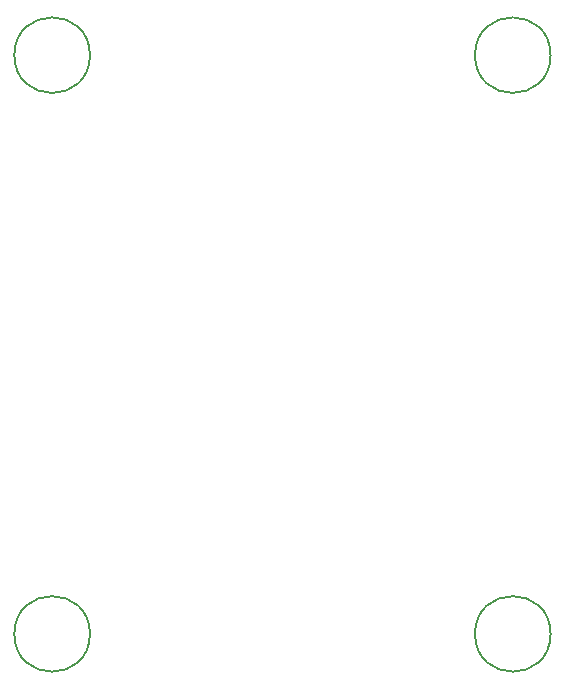
<source format=gbr>
%TF.GenerationSoftware,KiCad,Pcbnew,7.0.5*%
%TF.CreationDate,2024-05-30T23:49:04+02:00*%
%TF.ProjectId,Acoustifly,41636f75-7374-4696-966c-792e6b696361,rev?*%
%TF.SameCoordinates,Original*%
%TF.FileFunction,Other,Comment*%
%FSLAX46Y46*%
G04 Gerber Fmt 4.6, Leading zero omitted, Abs format (unit mm)*
G04 Created by KiCad (PCBNEW 7.0.5) date 2024-05-30 23:49:04*
%MOMM*%
%LPD*%
G01*
G04 APERTURE LIST*
%ADD10C,0.150000*%
G04 APERTURE END LIST*
D10*
%TO.C,H4*%
X45300000Y3100000D02*
G75*
G03*
X45300000Y3100000I-3200000J0D01*
G01*
%TO.C,H3*%
X6300000Y3100000D02*
G75*
G03*
X6300000Y3100000I-3200000J0D01*
G01*
%TO.C,H2*%
X6300000Y52100000D02*
G75*
G03*
X6300000Y52100000I-3200000J0D01*
G01*
%TO.C,H1*%
X45300000Y52100000D02*
G75*
G03*
X45300000Y52100000I-3200000J0D01*
G01*
%TD*%
M02*

</source>
